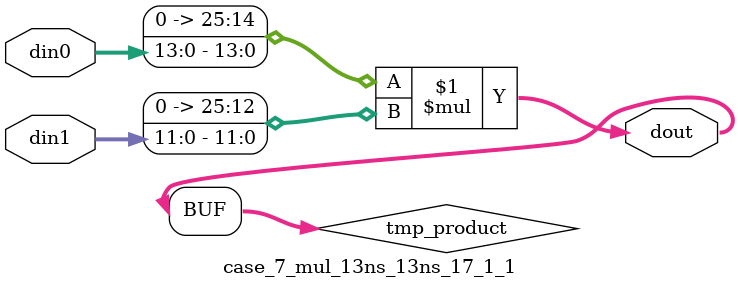
<source format=v>

`timescale 1 ns / 1 ps

 (* use_dsp = "no" *)  module case_7_mul_13ns_13ns_17_1_1(din0, din1, dout);
parameter ID = 1;
parameter NUM_STAGE = 0;
parameter din0_WIDTH = 14;
parameter din1_WIDTH = 12;
parameter dout_WIDTH = 26;

input [din0_WIDTH - 1 : 0] din0; 
input [din1_WIDTH - 1 : 0] din1; 
output [dout_WIDTH - 1 : 0] dout;

wire signed [dout_WIDTH - 1 : 0] tmp_product;
























assign tmp_product = $signed({1'b0, din0}) * $signed({1'b0, din1});











assign dout = tmp_product;





















endmodule

</source>
